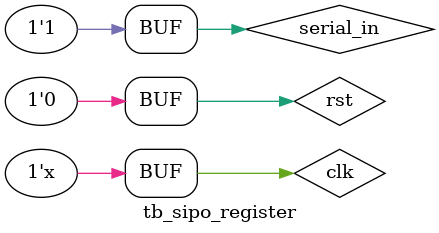
<source format=v>
module sipo_register(clk,rst,serial_in,parallel_out);
input clk;
input rst;
input serial_in;
output reg [3:0] parallel_out;
always @(posedge clk or posedge rst) begin
if (rst)
parallel_out <= 4'b0000;
else
parallel_out <= {parallel_out[2:0], serial_in};
end
endmodule
/////test bench/////
module tb_sipo_register;
reg clk;
reg rst;
reg serial_in;
wire [3:0] parallel_out;
sipo_register s1(clk,rst,serial_in,parallel_out);
always #5 clk = ~clk;
initial begin
clk = 0;
rst = 1;
serial_in = 0;
#10 rst = 0;
#10 serial_in = 1;
#10 serial_in = 0;
#10 serial_in = 1;
#10 serial_in = 1; 
end
endmodule

</source>
